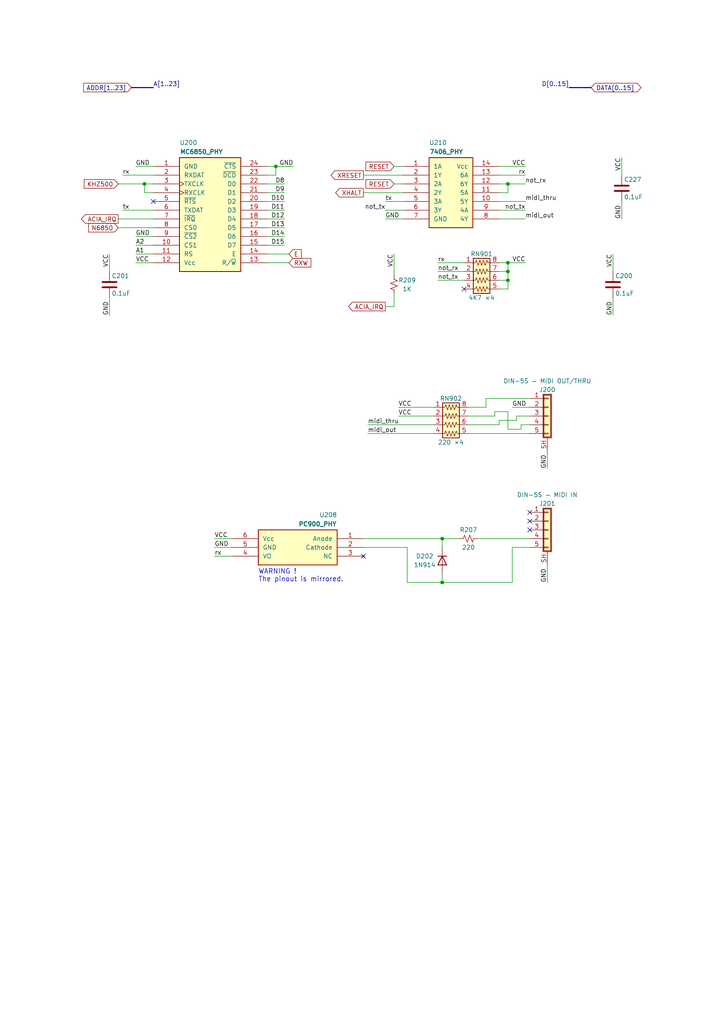
<source format=kicad_sch>
(kicad_sch (version 20211123) (generator eeschema)
  (paper "A4" portrait)
  (title_block (title "ReSTe mignon") (date "2022-07-13") (rev "mk0-0.1") (company "David SPORN") (comment 2 "original repository : https://github.com/sporniket/reste-mignon") (comment 4 "A remake of the Atari STe with some fixes applied and a target size of 25×18cm (B5)"))
  (lib_symbols
    (symbol "74x06:7406_PHY" (pin_names (offset 1.27))
      (property "Reference" "U" (at 0 0 0))
      (property "Value" "7406_PHY" (at 0 0 0))
      (symbol "7406_PHY_0_0"
        (rectangle (start -6.35 10.16) (end 6.35 -10.16) (stroke (width 0.254)) (fill (type background)))
        (pin input line (at -13.97 7.62 0) (length 7.62) (name "1A") (number "1"))
        (pin output line (at 13.97 -2.54 180) (length 7.62) (name "5Y") (number "10"))
        (pin input line (at 13.97 0 180) (length 7.62) (name "5A") (number "11"))
        (pin output line (at 13.97 2.54 180) (length 7.62) (name "6Y") (number "12"))
        (pin input line (at 13.97 5.08 180) (length 7.62) (name "6A") (number "13"))
        (pin power_in line (at 13.97 7.62 180) (length 7.62) (name "Vcc") (number "14"))
        (pin output line (at -13.97 5.08 0) (length 7.62) (name "1Y") (number "2"))
        (pin input line (at -13.97 2.54 0) (length 7.62) (name "2A") (number "3"))
        (pin output line (at -13.97 0 0) (length 7.62) (name "2Y") (number "4"))
        (pin input line (at -13.97 -2.54 0) (length 7.62) (name "3A") (number "5"))
        (pin output line (at -13.97 -5.08 0) (length 7.62) (name "3Y") (number "6"))
        (pin power_in line (at -13.97 -7.62 0) (length 7.62) (name "GND") (number "7"))
        (pin output line (at 13.97 -7.62 180) (length 7.62) (name "4Y") (number "8"))
        (pin input line (at 13.97 -5.08 180) (length 7.62) (name "4A") (number "9"))
      )
    )
    (symbol "Connector_Generic_Shielded:Conn_01x05_Shielded" (pin_names (offset 1.016) hide)
      (property "Reference" "J" (at 0.254 7.366 0))
      (property "Value" "Conn_01x05_Shielded" (at 1.016 -7.366 0))
      (symbol "Conn_01x05_Shielded_1_1"
        (rectangle (start -1.27 6.35) (end 1.27 -6.35) (stroke (width 0.1524)))
        (rectangle (start -1.016 -4.953) (end 0.254 -5.207) (stroke (width 0.1524)))
        (rectangle (start -1.016 -2.413) (end 0.254 -2.667) (stroke (width 0.1524)))
        (rectangle (start -1.016 0.127) (end 0.254 -0.127) (stroke (width 0.1524)))
        (rectangle (start -1.016 2.667) (end 0.254 2.413) (stroke (width 0.1524)))
        (rectangle (start -1.016 5.207) (end 0.254 4.953) (stroke (width 0.1524)))
        (rectangle (start -1.016 6.096) (end 1.016 -6.096) (stroke (width 0.254)) (fill (type background)))
        (pin passive line (at -5.08 5.08 0) (length 4.064) (name "Pin_1") (number "1"))
        (pin passive line (at -5.08 2.54 0) (length 4.064) (name "Pin_2") (number "2"))
        (pin passive line (at -5.08 0 0) (length 4.064) (name "Pin_3") (number "3"))
        (pin passive line (at -5.08 -2.54 0) (length 4.064) (name "Pin_4") (number "4"))
        (pin passive line (at -5.08 -5.08 0) (length 4.064) (name "Pin_5") (number "5"))
        (pin passive line (at 0 -10.16 90) (length 3.81) (name "Shield") (number "SH"))
      )
    )
    (symbol "Device:C" (pin_numbers hide) (pin_names (offset 0.254))
      (property "Reference" "C" (at 0.635 2.54 0))
      (property "Value" "C" (at 0.635 -2.54 0))
      (symbol "C_0_1"
        (polyline (pts (xy -2.032 -0.762) (xy 2.032 -0.762)) (stroke (width 0.508)))
        (polyline (pts (xy -2.032 0.762) (xy 2.032 0.762)) (stroke (width 0.508)))
      )
      (symbol "C_1_1"
        (pin passive line (at 0 3.81 270) (length 2.794) (name "~") (number "1"))
        (pin passive line (at 0 -3.81 90) (length 2.794) (name "~") (number "2"))
      )
    )
    (symbol "Device:D" (pin_numbers hide) (pin_names (offset 1.016) hide)
      (property "Reference" "D" (at 0 2.54 0))
      (property "Value" "D" (at 0 -2.54 0))
      (symbol "D_0_1"
        (polyline (pts (xy -1.27 1.27) (xy -1.27 -1.27)) (stroke (width 0.254)))
        (polyline (pts (xy 1.27 0) (xy -1.27 0)))
        (polyline (pts (xy 1.27 1.27) (xy 1.27 -1.27) (xy -1.27 0) (xy 1.27 1.27)) (stroke (width 0.254)))
      )
      (symbol "D_1_1"
        (pin passive line (at -3.81 0 0) (length 2.54) (name "K") (number "1"))
        (pin passive line (at 3.81 0 180) (length 2.54) (name "A") (number "2"))
      )
    )
    (symbol "Device:R_Small_US" (pin_numbers hide) (pin_names (offset 0.254) hide)
      (property "Reference" "R" (at 0.762 0.508 0))
      (property "Value" "R_Small_US" (at 0.762 -1.016 0))
      (symbol "R_Small_US_1_1"
        (polyline (pts (xy 0 0) (xy 1.016 -0.381) (xy 0 -0.762) (xy -1.016 -1.143) (xy 0 -1.524)))
        (polyline (pts (xy 0 1.524) (xy 1.016 1.143) (xy 0 0.762) (xy -1.016 0.381) (xy 0 0)))
        (pin passive line (at 0 2.54 270) (length 1.016) (name "~") (number "1"))
        (pin passive line (at 0 -2.54 90) (length 1.016) (name "~") (number "2"))
      )
    )
    (symbol "acia:MC6850_PHY" (pin_names (offset 1.27))
      (property "Reference" "U" (at 0 0 0))
      (property "Value" "MC6850_PHY" (at 0 0 0))
      (symbol "MC6850_PHY_0_0"
        (rectangle (start -8.89 16.51) (end 8.89 -16.51) (stroke (width 0.254)) (fill (type background)))
        (pin power_in line (at -16.51 13.97 0) (length 7.62) (name "GND") (number "1"))
        (pin input line (at -16.51 -8.89 0) (length 7.62) (name "CS1") (number "10"))
        (pin input line (at -16.51 -11.43 0) (length 7.62) (name "RS") (number "11"))
        (pin power_in line (at -16.51 -13.97 0) (length 7.62) (name "Vcc") (number "12"))
        (pin input line (at 16.51 -13.97 180) (length 7.62) (name "R/~{W}") (number "13"))
        (pin input line (at 16.51 -11.43 180) (length 7.62) (name "E") (number "14"))
        (pin bidirectional line (at 16.51 -8.89 180) (length 7.62) (name "D7") (number "15"))
        (pin bidirectional line (at 16.51 -6.35 180) (length 7.62) (name "D6") (number "16"))
        (pin bidirectional line (at 16.51 -3.81 180) (length 7.62) (name "D5") (number "17"))
        (pin bidirectional line (at 16.51 -1.27 180) (length 7.62) (name "D4") (number "18"))
        (pin bidirectional line (at 16.51 1.27 180) (length 7.62) (name "D3") (number "19"))
        (pin input line (at -16.51 11.43 0) (length 7.62) (name "RXDAT") (number "2"))
        (pin bidirectional line (at 16.51 3.81 180) (length 7.62) (name "D2") (number "20"))
        (pin bidirectional line (at 16.51 6.35 180) (length 7.62) (name "D1") (number "21"))
        (pin bidirectional line (at 16.51 8.89 180) (length 7.62) (name "D0") (number "22"))
        (pin input line (at 16.51 11.43 180) (length 7.62) (name "~{DCD}") (number "23"))
        (pin input line (at 16.51 13.97 180) (length 7.62) (name "~{CTS}") (number "24"))
        (pin input clock (at -16.51 8.89 0) (length 7.62) (name "TXCLK") (number "3"))
        (pin input clock (at -16.51 6.35 0) (length 7.62) (name "RXCLK") (number "4"))
        (pin output line (at -16.51 3.81 0) (length 7.62) (name "~{RTS}") (number "5"))
        (pin output line (at -16.51 1.27 0) (length 7.62) (name "TXDAT") (number "6"))
        (pin open_collector line (at -16.51 -1.27 0) (length 7.62) (name "~{IRQ}") (number "7"))
        (pin input line (at -16.51 -3.81 0) (length 7.62) (name "CS0") (number "8"))
        (pin input line (at -16.51 -6.35 0) (length 7.62) (name "~{CS2}") (number "9"))
      )
    )
    (symbol "custom_passives:R_Pack04_US" (pin_names (offset 0) hide)
      (property "Reference" "RN" (at -7.62 0 90))
      (property "Value" "R_Pack04_US" (at 5.08 0 90))
      (symbol "R_Pack04_US_0_1"
        (rectangle (start -6.35 -2.413) (end 3.81 2.413) (stroke (width 0.254)) (fill (type background)))
        (polyline (pts (xy -5.08 -2.54) (xy -5.08 -1.905)))
        (polyline (pts (xy -5.08 1.905) (xy -5.08 2.54)))
        (polyline (pts (xy -2.54 -2.54) (xy -2.54 -1.905)))
        (polyline (pts (xy -2.54 1.905) (xy -2.54 2.54)))
        (polyline (pts (xy 0 -2.54) (xy 0 -1.905)))
        (polyline (pts (xy 0 1.905) (xy 0 2.54)))
        (polyline (pts (xy 2.54 -2.54) (xy 2.54 -1.905)))
        (polyline (pts (xy 2.54 1.905) (xy 2.54 2.54)))
        (polyline (pts (xy -5.08 -1.778) (xy -5.842 -1.524) (xy -4.318 -1.016) (xy -5.842 -0.508) (xy -4.318 0) (xy -5.842 0.508) (xy -4.318 1.016) (xy -5.842 1.524) (xy -5.08 1.778)))
        (polyline (pts (xy -2.54 -1.778) (xy -3.302 -1.524) (xy -1.778 -1.016) (xy -3.302 -0.508) (xy -1.778 0) (xy -3.302 0.508) (xy -1.778 1.016) (xy -3.302 1.524) (xy -2.54 1.778)))
      )
      (symbol "R_Pack04_US_1_1"
        (polyline (pts (xy 0 -1.778) (xy -0.762 -1.524) (xy 0.762 -1.016) (xy -0.762 -0.508) (xy 0.762 0) (xy -0.762 0.508) (xy 0.762 1.016) (xy -0.762 1.524) (xy 0 1.778)))
        (polyline (pts (xy 2.54 -1.778) (xy 1.778 -1.524) (xy 3.302 -1.016) (xy 1.778 -0.508) (xy 3.302 0) (xy 1.778 0.508) (xy 3.302 1.016) (xy 1.778 1.524) (xy 2.54 1.778)))
        (pin passive line (at -5.08 -5.08 90) (length 2.54) (name "R1.1") (number "1"))
        (pin passive line (at -2.54 -5.08 90) (length 2.54) (name "R2.1") (number "2"))
        (pin passive line (at 0 -5.08 90) (length 2.54) (name "R3.1") (number "3"))
        (pin passive line (at 2.54 -5.08 90) (length 2.54) (name "R4.1") (number "4"))
        (pin passive line (at 2.54 5.08 270) (length 2.54) (name "R4.2") (number "5"))
        (pin passive line (at 0 5.08 270) (length 2.54) (name "R3.2") (number "6"))
        (pin passive line (at -2.54 5.08 270) (length 2.54) (name "R2.2") (number "7"))
        (pin passive line (at -5.08 5.08 270) (length 2.54) (name "R1.2") (number "8"))
      )
    )
    (symbol "pc900-dip6:PC900_PHY" (pin_names (offset 1.27))
      (property "Reference" "U" (at 0 0 0))
      (property "Value" "PC900_PHY" (at 0 0 0))
      (symbol "PC900_PHY_0_0"
        (rectangle (start -11.43 5.08) (end 11.43 -5.08) (stroke (width 0.254)) (fill (type background)))
        (pin input line (at -19.05 2.54 0) (length 7.62) (name "Anode") (number "1"))
        (pin output line (at -19.05 0 0) (length 7.62) (name "Cathode") (number "2"))
        (pin no_connect line (at -19.05 -2.54 0) (length 7.62) (name "NC") (number "3"))
        (pin output line (at 19.05 -2.54 180) (length 7.62) (name "VO") (number "4"))
        (pin power_in line (at 19.05 0 180) (length 7.62) (name "GND") (number "5"))
        (pin power_in line (at 19.05 2.54 180) (length 7.62) (name "Vcc") (number "6"))
      )
    )
  )
  (junction (at 147.32 81.28))
  (junction (at 147.32 53.34))
  (junction (at 41.91 53.34))
  (junction (at 80.01 48.26))
  (junction (at 147.32 78.74))
  (junction (at 128.27 168.91))
  (junction (at 147.32 76.2))
  (junction (at 128.27 156.21))
  (no_connect (at 153.67 153.67))
  (no_connect (at 134.62 83.82))
  (no_connect (at 44.45 58.42))
  (no_connect (at 153.67 151.13))
  (no_connect (at 105.41 161.29))
  (no_connect (at 153.67 148.59))
  (wire (pts (xy 31.75 86.36) (xy 31.75 91.44)))
  (wire (pts (xy 62.23 161.29) (xy 67.31 161.29)))
  (wire (pts (xy 41.91 55.88) (xy 44.45 55.88)))
  (wire (pts (xy 41.91 53.34) (xy 44.45 53.34)))
  (wire (pts (xy 39.37 73.66) (xy 44.45 73.66)))
  (wire (pts (xy 144.78 123.19) (xy 135.89 123.19)))
  (wire (pts (xy 62.23 158.75) (xy 67.31 158.75)))
  (wire (pts (xy 147.32 119.38) (xy 147.32 124.46)))
  (wire (pts (xy 144.78 76.2) (xy 147.32 76.2)))
  (wire (pts (xy 31.75 73.66) (xy 31.75 78.74)))
  (wire (pts (xy 35.56 50.8) (xy 44.45 50.8)))
  (wire (pts (xy 128.27 168.91) (xy 148.59 168.91)))
  (wire (pts (xy 149.86 120.65) (xy 153.67 120.65)))
  (wire (pts (xy 77.47 50.8) (xy 80.01 50.8)))
  (wire (pts (xy 39.37 68.58) (xy 44.45 68.58)))
  (wire (pts (xy 128.27 166.37) (xy 128.27 168.91)))
  (wire (pts (xy 177.8 73.66) (xy 177.8 78.74)))
  (wire (pts (xy 35.56 60.96) (xy 44.45 60.96)))
  (wire (pts (xy 144.78 78.74) (xy 147.32 78.74)))
  (wire (pts (xy 77.47 53.34) (xy 82.55 53.34)))
  (wire (pts (xy 77.47 73.66) (xy 83.82 73.66)))
  (wire (pts (xy 135.89 125.73) (xy 153.67 125.73)))
  (wire (pts (xy 106.68 123.19) (xy 125.73 123.19)))
  (wire (pts (xy 143.51 119.38) (xy 147.32 119.38)))
  (wire (pts (xy 111.76 60.96) (xy 116.84 60.96)))
  (wire (pts (xy 77.47 55.88) (xy 82.55 55.88)))
  (wire (pts (xy 140.97 115.57) (xy 153.67 115.57)))
  (wire (pts (xy 135.89 118.11) (xy 140.97 118.11)))
  (wire (pts (xy 77.47 71.12) (xy 82.55 71.12)))
  (wire (pts (xy 77.47 76.2) (xy 83.82 76.2)))
  (wire (pts (xy 143.51 120.65) (xy 135.89 120.65)))
  (wire (pts (xy 77.47 66.04) (xy 82.55 66.04)))
  (wire (pts (xy 106.68 125.73) (xy 125.73 125.73)))
  (wire (pts (xy 147.32 83.82) (xy 147.32 81.28)))
  (wire (pts (xy 105.41 156.21) (xy 128.27 156.21)))
  (wire (pts (xy 144.78 121.92) (xy 149.86 121.92)))
  (wire (pts (xy 114.3 85.09) (xy 114.3 88.9)))
  (wire (pts (xy 144.78 50.8) (xy 152.4 50.8)))
  (wire (pts (xy 144.78 48.26) (xy 152.4 48.26)))
  (wire (pts (xy 151.13 124.46) (xy 151.13 123.19)))
  (wire (pts (xy 34.29 63.5) (xy 44.45 63.5)))
  (wire (pts (xy 144.78 63.5) (xy 152.4 63.5)))
  (wire (pts (xy 128.27 156.21) (xy 128.27 158.75)))
  (wire (pts (xy 180.34 58.42) (xy 180.34 63.5)))
  (wire (pts (xy 34.29 53.34) (xy 41.91 53.34)))
  (wire (pts (xy 62.23 156.21) (xy 67.31 156.21)))
  (wire (pts (xy 177.8 86.36) (xy 177.8 91.44)))
  (wire (pts (xy 144.78 53.34) (xy 147.32 53.34)))
  (wire (pts (xy 158.75 168.91) (xy 158.75 163.83)))
  (wire (pts (xy 80.01 48.26) (xy 85.09 48.26)))
  (wire (pts (xy 105.41 50.8) (xy 116.84 50.8)))
  (wire (pts (xy 134.62 81.28) (xy 127 81.28)))
  (wire (pts (xy 144.78 55.88) (xy 147.32 55.88)))
  (wire (pts (xy 115.57 118.11) (xy 125.73 118.11)))
  (wire (pts (xy 77.47 58.42) (xy 82.55 58.42)))
  (wire (pts (xy 125.73 120.65) (xy 115.57 120.65)))
  (wire (pts (xy 147.32 76.2) (xy 152.4 76.2)))
  (wire (pts (xy 147.32 55.88) (xy 147.32 53.34)))
  (wire (pts (xy 128.27 156.21) (xy 133.35 156.21)))
  (wire (pts (xy 111.76 63.5) (xy 116.84 63.5)))
  (wire (pts (xy 144.78 60.96) (xy 152.4 60.96)))
  (wire (pts (xy 111.76 88.9) (xy 114.3 88.9)))
  (wire (pts (xy 149.86 121.92) (xy 149.86 120.65)))
  (wire (pts (xy 34.29 66.04) (xy 44.45 66.04)))
  (wire (pts (xy 41.91 53.34) (xy 41.91 55.88)))
  (wire (pts (xy 180.34 45.72) (xy 180.34 50.8)))
  (wire (pts (xy 39.37 76.2) (xy 44.45 76.2)))
  (wire (pts (xy 148.59 158.75) (xy 153.67 158.75)))
  (wire (pts (xy 118.11 168.91) (xy 128.27 168.91)))
  (wire (pts (xy 77.47 68.58) (xy 82.55 68.58)))
  (wire (pts (xy 147.32 124.46) (xy 151.13 124.46)))
  (wire (pts (xy 144.78 83.82) (xy 147.32 83.82)))
  (wire (pts (xy 39.37 71.12) (xy 44.45 71.12)))
  (wire (pts (xy 147.32 78.74) (xy 147.32 76.2)))
  (wire (pts (xy 77.47 48.26) (xy 80.01 48.26)))
  (wire (pts (xy 114.3 48.26) (xy 116.84 48.26)))
  (bus (pts (xy 38.1 25.4) (xy 44.45 25.4)))
  (wire (pts (xy 80.01 50.8) (xy 80.01 48.26)))
  (wire (pts (xy 148.59 118.11) (xy 153.67 118.11)))
  (wire (pts (xy 143.51 119.38) (xy 143.51 120.65)))
  (wire (pts (xy 138.43 156.21) (xy 153.67 156.21)))
  (wire (pts (xy 114.3 73.66) (xy 114.3 80.01)))
  (wire (pts (xy 77.47 63.5) (xy 82.55 63.5)))
  (wire (pts (xy 105.41 158.75) (xy 118.11 158.75)))
  (wire (pts (xy 144.78 58.42) (xy 152.4 58.42)))
  (wire (pts (xy 144.78 121.92) (xy 144.78 123.19)))
  (wire (pts (xy 158.75 135.89) (xy 158.75 130.81)))
  (wire (pts (xy 77.47 60.96) (xy 82.55 60.96)))
  (wire (pts (xy 114.3 53.34) (xy 116.84 53.34)))
  (wire (pts (xy 111.76 58.42) (xy 116.84 58.42)))
  (wire (pts (xy 147.32 53.34) (xy 152.4 53.34)))
  (wire (pts (xy 144.78 81.28) (xy 147.32 81.28)))
  (wire (pts (xy 147.32 81.28) (xy 147.32 78.74)))
  (wire (pts (xy 153.67 123.19) (xy 151.13 123.19)))
  (wire (pts (xy 140.97 118.11) (xy 140.97 115.57)))
  (wire (pts (xy 127 76.2) (xy 134.62 76.2)))
  (bus (pts (xy 165.1 25.4) (xy 171.45 25.4)))
  (wire (pts (xy 134.62 78.74) (xy 127 78.74)))
  (wire (pts (xy 118.11 158.75) (xy 118.11 168.91)))
  (wire (pts (xy 105.41 55.88) (xy 116.84 55.88)))
  (wire (pts (xy 39.37 48.26) (xy 44.45 48.26)))
  (wire (pts (xy 148.59 158.75) (xy 148.59 168.91)))
  (text "WARNING ! \nThe pinout is mirrored." (at 74.93 168.91 0) (effects (font (size 1.397 1.397)) (justify left bottom)))
  (label "GND" (at 158.75 168.91 90))
  (label "GND" (at 177.8 91.44 90))
  (label "A[1..23]" (at 44.45 25.4 0))
  (label "D14" (at 82.55 68.58 180))
  (label "GND" (at 148.59 118.11 0))
  (label "VCC" (at 31.75 73.66 270))
  (label "midi_thru" (at 152.4 58.42 0))
  (label "not_rx" (at 152.4 53.34 0))
  (label "GND" (at 31.75 91.44 90))
  (label "VCC" (at 180.34 45.72 270))
  (label "GND" (at 158.75 135.89 90))
  (label "GND" (at 39.37 68.58 0))
  (label "midi_out" (at 106.68 125.73 0))
  (label "D15" (at 82.55 71.12 180))
  (label "D9" (at 82.55 55.88 180))
  (label "VCC" (at 177.8 73.66 270))
  (label "D10" (at 82.55 58.42 180))
  (label "not_tx" (at 152.4 60.96 180))
  (label "VCC" (at 152.4 48.26 180))
  (label "not_rx" (at 127 78.74 0))
  (label "not_tx" (at 127 81.28 0))
  (label "rx" (at 127 76.2 0))
  (label "rx" (at 35.56 50.8 0))
  (label "VCC" (at 115.57 120.65 0))
  (label "D11" (at 82.55 60.96 180))
  (label "A2" (at 39.37 71.12 0))
  (label "A1" (at 39.37 73.66 0))
  (label "VCC" (at 115.57 118.11 0))
  (label "D8" (at 82.55 53.34 180))
  (label "GND" (at 85.09 48.26 180))
  (label "D[0..15]" (at 165.1 25.4 180))
  (label "GND" (at 39.37 48.26 0))
  (label "VCC" (at 39.37 76.2 0))
  (label "VCC" (at 152.4 76.2 180))
  (label "rx" (at 152.4 50.8 180))
  (label "GND" (at 111.76 63.5 0))
  (label "tx" (at 111.76 58.42 0))
  (label "rx" (at 62.23 161.29 0))
  (label "GND" (at 180.34 63.5 90))
  (label "D13" (at 82.55 66.04 180))
  (label "midi_thru" (at 106.68 123.19 0))
  (label "GND" (at 62.23 158.75 0))
  (label "VCC" (at 114.3 73.66 270))
  (label "D12" (at 82.55 63.5 180))
  (label "VCC" (at 62.23 156.21 0))
  (label "tx" (at 35.56 60.96 0))
  (label "midi_out" (at 152.4 63.5 0))
  (label "not_tx" (at 111.76 60.96 180))
  (global_label "XRESET" (shape output) (at 105.41 50.8 180) (property "Intersheet References" "${INTERSHEET_REFS}" (effects hide)))
  (global_label "KHZ500" (shape input) (at 34.29 53.34 180) (property "Intersheet References" "${INTERSHEET_REFS}" (effects hide)))
  (global_label "DATA[0..15]" (shape bidirectional) (at 171.45 25.4 0) (property "Intersheet References" "${INTERSHEET_REFS}" (effects hide)))
  (global_label "RESET" (shape input) (at 114.3 48.26 180) (property "Intersheet References" "${INTERSHEET_REFS}" (effects hide)))
  (global_label "XHALT" (shape output) (at 105.41 55.88 180) (property "Intersheet References" "${INTERSHEET_REFS}" (effects hide)))
  (global_label "RESET" (shape input) (at 114.3 53.34 180) (property "Intersheet References" "${INTERSHEET_REFS}" (effects hide)))
  (global_label "ACIA_IRQ" (shape output) (at 111.76 88.9 180) (property "Intersheet References" "${INTERSHEET_REFS}" (effects hide)))
  (global_label "ADDR[1..23]" (shape input) (at 38.1 25.4 180) (property "Intersheet References" "${INTERSHEET_REFS}" (effects hide)))
  (global_label "ACIA_IRQ" (shape output) (at 34.29 63.5 180) (property "Intersheet References" "${INTERSHEET_REFS}" (effects hide)))
  (global_label "RXW" (shape input) (at 83.82 76.2 0) (property "Intersheet References" "${INTERSHEET_REFS}" (effects hide)))
  (global_label "E" (shape input) (at 83.82 73.66 0) (property "Intersheet References" "${INTERSHEET_REFS}" (effects hide)))
  (global_label "N6850" (shape input) (at 34.29 66.04 180) (property "Intersheet References" "${INTERSHEET_REFS}" (effects hide)))
  (symbol (lib_id "acia:MC6850_PHY") (at 60.96 62.23 0) (unit 1)
    (property "Reference" "U200" (at 52.07 40.64 0) (effects (justify left top)))
    (property "Value" "MC6850_PHY" (at 52.07 43.18 0) (effects (font bold) (justify left top)))
    (property "Footprint" "Package_DIP:DIP-24_W15.24mm_LongPads" (effects hide))
  )
  (symbol (lib_id "74x06:7406_PHY") (at 130.81 55.88 0) (unit 1)
    (property "Reference" "U210" (at 124.46 40.64 0) (effects (justify left top)))
    (property "Value" "7406_PHY" (at 124.46 43.18 0) (effects (font bold) (justify left top)))
    (property "Footprint" "Package_DIP:DIP-14_W7.62mm_LongPads" (effects hide))
  )
  (symbol (lib_id "pc900-dip6:PC900_PHY") (at 86.36 158.75 0) (mirror y) (unit 1)
    (property "Reference" "U208" (at 97.79 148.59 0) (effects (justify left top)))
    (property "Value" "PC900_PHY" (at 97.79 151.13 0) (effects (font bold) (justify left top)))
    (property "Footprint" "Package_DIP:DIP-6_W7.62mm_LongPads" (effects hide))
  )
  (symbol (lib_id "Device:D") (at 128.27 162.56 270) (unit 1)
    (property "Reference" "D202" (at 123.19 161.29 90))
    (property "Value" "1N914" (at 123.19 163.83 90))
    (property "Footprint" "Diode_SMD:D_SOD-123F" (effects hide))
  )
  (symbol (lib_id "Device:C") (at 31.75 82.55 0)
    (property "Reference" "C201" (at 32.385 80.01 0) (effects (justify left)))
    (property "Value" "0.1uF" (at 32.385 85.09 0) (effects (justify left)))
    (property "Footprint" "Capacitor_SMD:C_1206_3216Metric_Pad1.33x1.80mm_HandSolder" (effects hide))
  )
  (symbol (lib_id "Device:C") (at 177.8 82.55 0)
    (property "Reference" "C200" (at 178.435 80.01 0) (effects (justify left)))
    (property "Value" "0.1uF" (at 178.435 85.09 0) (effects (justify left)))
    (property "Footprint" "Capacitor_SMD:C_1206_3216Metric_Pad1.33x1.80mm_HandSolder" (effects hide))
  )
  (symbol (lib_id "Device:R_Small_US") (at 135.89 156.21 270) (unit 1)
    (property "Reference" "R207" (at 135.89 153.67 90))
    (property "Value" "220" (at 135.89 158.75 90))
    (property "Footprint" "Resistor_SMD:R_1206_3216Metric_Pad1.30x1.75mm_HandSolder" (effects hide))
  )
  (symbol (lib_id "Device:C") (at 180.34 54.61 0)
    (property "Reference" "C227" (at 180.975 52.07 0) (effects (justify left)))
    (property "Value" "0.1uF" (at 180.975 57.15 0) (effects (justify left)))
    (property "Footprint" "Capacitor_SMD:C_1206_3216Metric_Pad1.33x1.80mm_HandSolder" (effects hide))
  )
  (symbol (lib_id "Device:R_Small_US") (at 114.3 82.55 180) (unit 1)
    (property "Reference" "R209" (at 118.11 81.28 0))
    (property "Value" "1K" (at 118.11 83.82 0))
    (property "Footprint" "Resistor_SMD:R_1206_3216Metric_Pad1.30x1.75mm_HandSolder" (effects hide))
  )
  (symbol (lib_id "Connector_Generic_Shielded:Conn_01x05_Shielded") (at 158.75 120.65 0) (unit 1)
    (property "Reference" "J200" (at 158.75 113.03 0))
    (property "Value" "DIN-5S — MIDI OUT/THRU" (at 158.75 110.49 0))
    (property "Footprint" "commons-interconnect_THT:socket-din-5" (effects hide))
  )
  (symbol (lib_id "Connector_Generic_Shielded:Conn_01x05_Shielded") (at 158.75 153.67 0) (unit 1)
    (property "Reference" "J201" (at 158.75 146.05 0))
    (property "Value" "DIN-5S — MIDI IN" (at 158.75 143.51 0))
    (property "Footprint" "commons-interconnect_THT:socket-din-5" (effects hide))
  )
  (symbol (lib_id "custom_passives:R_Pack04_US") (at 139.7 81.28 270) (unit 1)
    (property "Reference" "RN901" (at 139.7 73.66 90))
    (property "Value" "4K7 ×4" (at 139.7 86.36 90))
    (property "Footprint" "Resistor_SMD:R_Array_Convex_4x0603" (effects hide))
  )
  (symbol (lib_id "custom_passives:R_Pack04_US") (at 130.81 123.19 270) (unit 1)
    (property "Reference" "RN902" (at 130.81 115.57 90))
    (property "Value" "220 ×4" (at 130.81 128.27 90))
    (property "Footprint" "Resistor_SMD:R_Array_Convex_4x0603" (effects hide))
  )
)
</source>
